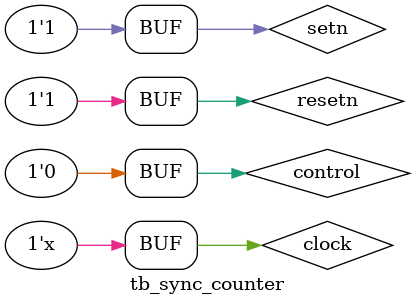
<source format=v>

`timescale 10ps/1ps

module tb_sync_counter;
	reg control, setn, resetn, clock; 
	wire [2:0] Q;
wire NS, EW;

	sync_counter test(Q, control, setn, resetn, clock, NS, EW);
 
	initial
	begin
		control <= 1;
		setn <= 0;
		resetn <= 1;
		clock <= 0;

		#1 setn <= 1;
		#20 control <= 0;
	end
 
	always
		#1 clock = ~clock;
endmodule

</source>
